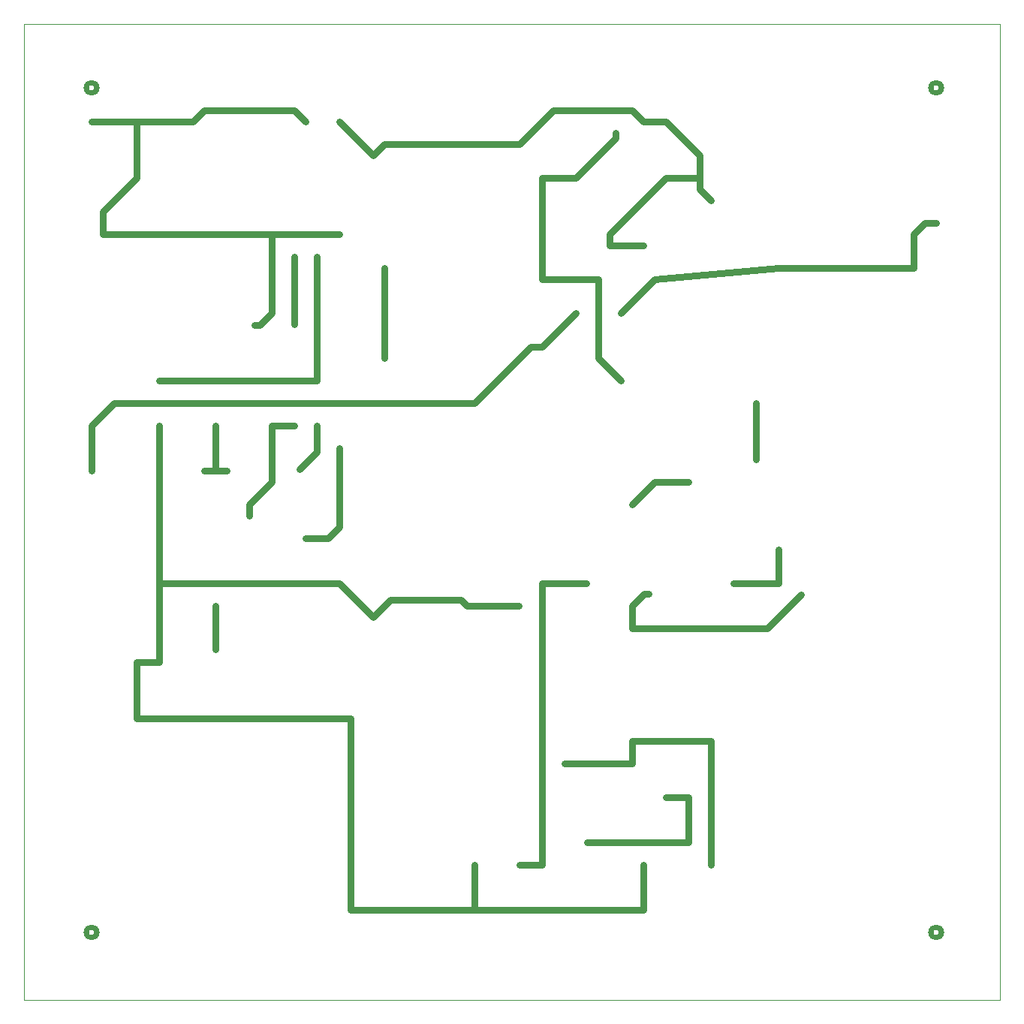
<source format=gbr>
%FSLAX34Y34*%
%MOMM*%
%LNCOPPER_TOP*%
G71*
G01*
%ADD10C, 0.00*%
%ADD11C, 0.80*%
%ADD12C, 1.80*%
%ADD13C, 0.60*%
%LPD*%
G54D10*
X-50000Y1050000D02*
X1050000Y1050000D01*
X1050000Y-50000D01*
X-50000Y-50000D01*
X-50000Y1050000D01*
G54D11*
X266700Y939800D02*
X254000Y952500D01*
X152400Y952500D01*
X139700Y939800D01*
X25400Y939800D01*
G54D11*
X304800Y939800D02*
X342900Y901700D01*
G54D11*
X495300Y914400D02*
X355600Y914400D01*
X342900Y901700D01*
G54D11*
X647700Y939800D02*
X673100Y939800D01*
X711200Y901700D01*
X711200Y863600D01*
X723900Y850900D01*
G54D11*
X76200Y939800D02*
X76200Y876300D01*
X63500Y863600D01*
G54D11*
X495300Y914400D02*
X508000Y914400D01*
X546100Y952500D01*
X635000Y952500D01*
X647700Y939800D01*
G54D11*
X647700Y800100D02*
X609600Y800100D01*
X609600Y812800D01*
X673100Y876300D01*
X711200Y876300D01*
G54D11*
X952500Y774700D02*
X952500Y812800D01*
X965200Y825500D01*
X977900Y825500D01*
G54D11*
X622685Y724135D02*
X622685Y724285D01*
X660400Y762000D01*
X800100Y774700D01*
X952500Y774700D01*
G54D11*
X266700Y469900D02*
X292100Y469900D01*
X304800Y482600D01*
X304800Y571500D01*
G54D11*
X25400Y546100D02*
X25400Y596900D01*
X50800Y622300D01*
X457200Y622300D01*
X520700Y685800D01*
X533551Y685800D01*
X571885Y724135D01*
G54D11*
X152400Y546100D02*
X177800Y546100D01*
G54D11*
X203200Y495300D02*
X203200Y508000D01*
X228600Y533400D01*
X228600Y596900D01*
X254000Y596900D01*
G54D11*
X165100Y596900D02*
X165100Y546100D01*
G54D11*
X279400Y787400D02*
X279400Y647700D01*
G54D11*
X190500Y647700D02*
X279400Y647700D01*
G54D11*
X279400Y596900D02*
X279400Y567705D01*
X260066Y548371D01*
G54D11*
X254000Y711200D02*
X254000Y787400D01*
G54D11*
X635000Y508000D02*
X660400Y533400D01*
X698500Y533400D01*
G54D11*
X774700Y622300D02*
X774700Y558800D01*
G54D11*
X616978Y927499D02*
X616978Y921778D01*
X571500Y876300D01*
X533400Y876300D01*
X533400Y762000D01*
X596900Y762000D01*
X596900Y673720D01*
X622685Y647935D01*
G54D11*
X355600Y673100D02*
X355600Y774700D01*
G54D11*
X63500Y863600D02*
X38100Y838200D01*
X38100Y812800D01*
X304800Y812800D01*
G54D11*
X209266Y710871D02*
X215571Y710871D01*
X228600Y723900D01*
X228600Y812800D01*
G54D11*
X653766Y407371D02*
X648671Y407371D01*
X635000Y393700D01*
X635000Y368300D01*
X787400Y368300D01*
X825500Y406400D01*
G54D11*
X507851Y393691D02*
X449309Y393691D01*
X442500Y400500D01*
X362400Y400500D01*
X342900Y381000D01*
G54D11*
X190500Y647700D02*
X101600Y647700D01*
G54D11*
X101600Y596900D02*
X101600Y419100D01*
X304800Y419100D01*
X342900Y381000D01*
G54D11*
X584051Y419090D02*
X533400Y419100D01*
X533400Y101600D01*
X508000Y101600D01*
G54D11*
X749300Y419100D02*
X800100Y419100D01*
X800100Y457200D01*
G54D11*
X165100Y393700D02*
X165100Y344800D01*
G54D11*
X101600Y419100D02*
X101600Y330200D01*
G54D11*
X457200Y101600D02*
X457200Y50800D01*
X647700Y50800D01*
X647700Y101600D01*
G54D11*
X101600Y330200D02*
X76200Y330200D01*
X76200Y266700D01*
X317500Y266700D01*
X317500Y50800D01*
X457200Y50800D01*
G54D11*
X584200Y127000D02*
X698500Y127000D01*
X698500Y177800D01*
X673100Y177800D01*
G54D11*
X558800Y215900D02*
X635000Y215900D01*
G54D11*
X723900Y101600D02*
X723900Y241300D01*
X635000Y241300D01*
X635000Y215900D01*
X25400Y977900D02*
G54D12*
D03*
X25400Y977900D02*
G54D12*
D03*
X25400Y977900D02*
G54D12*
D03*
X977900Y977900D02*
G54D12*
D03*
X977900Y25400D02*
G54D12*
D03*
X25400Y25400D02*
G54D12*
D03*
X25400Y977900D02*
G54D12*
D03*
%LNAUGENFREISTANZEN*%
%LPC*%
X25400Y977900D02*
G54D13*
D03*
X25400Y977900D02*
G54D13*
D03*
X25400Y977900D02*
G54D13*
D03*
X977900Y977900D02*
G54D13*
D03*
X977900Y25400D02*
G54D13*
D03*
X25400Y25400D02*
G54D13*
D03*
X25400Y977900D02*
G54D13*
D03*
M02*

</source>
